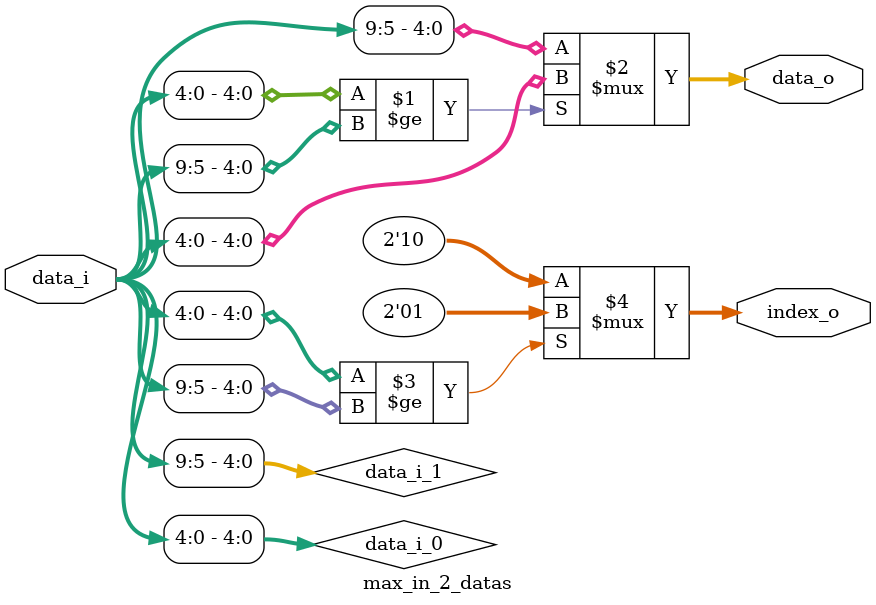
<source format=v>
/**
 子句阵列的实现
 主要功能：实例化clause8，以及find_learntc_inserti
 */
module max_in_8_datas #(
                        parameter NUM = 8,
                        parameter WIDTH = 5
                        )
    (
     input [NUM*WIDTH-1 : 0] data_i,
     output [WIDTH-1 : 0]    data_o,
     output [NUM-1 : 0]      index_o
     );
    parameter NUM_SUB = NUM/2;

    wire [NUM_SUB*WIDTH-1 : 0] data_i_0, data_i_1;
    wire [WIDTH-1 : 0]         data_o_0, data_o_1;
    wire [NUM/2-1 : 0]         index_o_0, index_o_1;

    assign {data_i_1, data_i_0} = data_i;
    assign data_o = data_o_0 >= data_o_1 ? data_o_0 : data_o_1;
    assign index_o = data_o_0 >= data_o_1 ? {4'd0, index_o_0} : {index_o_1, 4'd0};

    max_in_4_datas #(
                     .WIDTH(WIDTH)
                     )
    max_in_4_datas_inst0 (
                          .data_i(data_i_0),
                          .data_o(data_o_0),
                          .index_o(index_o_0)
                          );

    max_in_4_datas #(
                     .WIDTH(WIDTH)
                     )
    max_in_4_datas_inst1 (
                          .data_i(data_i_1),
                          .data_o(data_o_1),
                          .index_o(index_o_1)
                          );

endmodule

module max_in_4_datas #(
                        parameter NUM = 4,
                        parameter WIDTH = 5
                        )
    (
     input [NUM*WIDTH-1 : 0] data_i,
     output [WIDTH-1 : 0]    data_o,
     output [NUM-1 : 0]      index_o
     );
    parameter NUM_SUB = NUM/2;

    wire [NUM_SUB*WIDTH-1 : 0] data_i_0, data_i_1;
    assign {data_i_1, data_i_0} = data_i;

    wire [WIDTH-1 : 0]         data_o_0, data_o_1;
    assign data_o = data_o_0 >= data_o_1 ? data_o_0 : data_o_1;


    wire [NUM/2-1 : 0]         index_o_0, index_o_1;
    assign index_o = data_o_0 >= data_o_1 ? {2'd0, index_o_0} : {index_o_1, 2'd0};

    max_in_2_datas #(
                     .WIDTH(WIDTH)
                     )
    max_in_2_datas_inst0 (
                          .data_i(data_i_0),
                          .data_o(data_o_0),
                          .index_o(index_o_0)
                          );

    max_in_2_datas #(
                     .WIDTH(WIDTH)
                     )
    max_in_2_datas_inst1 (
                          .data_i(data_i_1),
                          .data_o(data_o_1),
                          .index_o(index_o_1)
                          );

endmodule


module max_in_2_datas #(
                        parameter NUM = 2,
                        parameter WIDTH = 5
                        )
    (
     input [NUM*WIDTH-1 : 0] data_i,
     output [WIDTH-1 : 0]    data_o,
     output [NUM-1 : 0]      index_o
     );
    parameter NUM_SUB = NUM;

    wire [NUM_SUB*WIDTH/2-1 : 0] data_i_0, data_i_1;
    assign {data_i_1, data_i_0} = data_i;

    assign data_o = data_i_0 >= data_i_1 ? data_i_0 : data_i_1;
    assign index_o = data_i_0 >= data_i_1 ? 2'b01 : 2'b10;

endmodule


</source>
